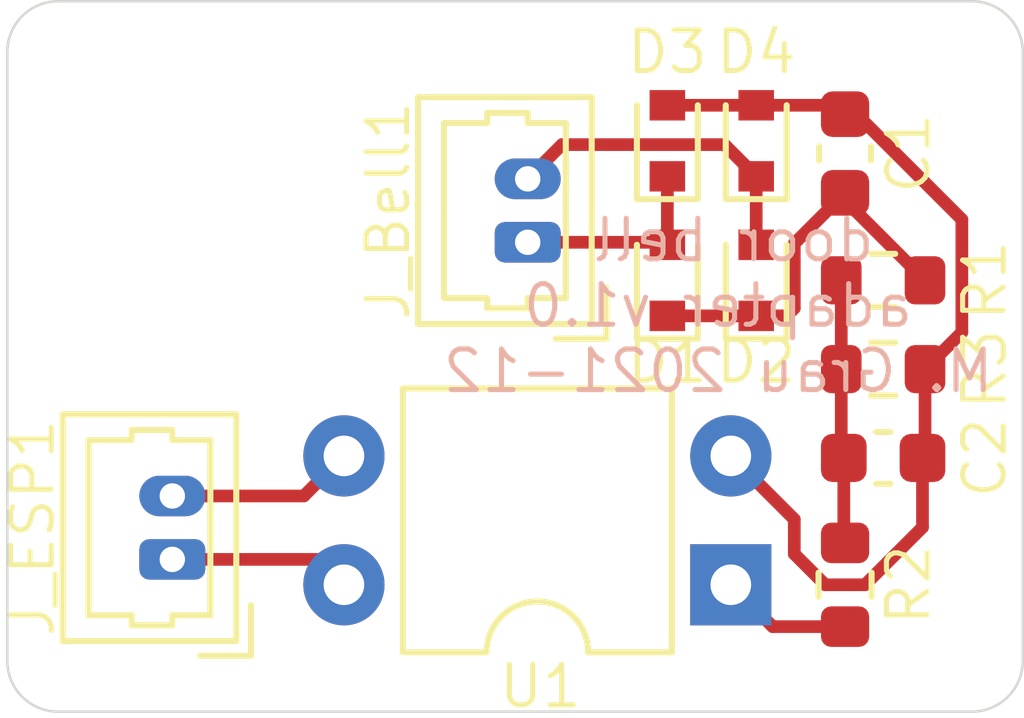
<source format=kicad_pcb>
(kicad_pcb (version 20171130) (host pcbnew 5.1.12-84ad8e8a86~92~ubuntu20.04.1)

  (general
    (thickness 1.6)
    (drawings 9)
    (tracks 40)
    (zones 0)
    (modules 13)
    (nets 9)
  )

  (page A4)
  (layers
    (0 F.Cu signal)
    (31 B.Cu signal)
    (32 B.Adhes user)
    (33 F.Adhes user)
    (34 B.Paste user)
    (35 F.Paste user)
    (36 B.SilkS user)
    (37 F.SilkS user)
    (38 B.Mask user)
    (39 F.Mask user)
    (40 Dwgs.User user)
    (41 Cmts.User user)
    (42 Eco1.User user)
    (43 Eco2.User user)
    (44 Edge.Cuts user)
    (45 Margin user)
    (46 B.CrtYd user)
    (47 F.CrtYd user)
    (48 B.Fab user hide)
    (49 F.Fab user hide)
  )

  (setup
    (last_trace_width 0.25)
    (trace_clearance 0.2)
    (zone_clearance 0.508)
    (zone_45_only no)
    (trace_min 0.2)
    (via_size 0.8)
    (via_drill 0.4)
    (via_min_size 0.4)
    (via_min_drill 0.3)
    (uvia_size 0.3)
    (uvia_drill 0.1)
    (uvias_allowed no)
    (uvia_min_size 0.2)
    (uvia_min_drill 0.1)
    (edge_width 0.05)
    (segment_width 0.2)
    (pcb_text_width 0.3)
    (pcb_text_size 1.5 1.5)
    (mod_edge_width 0.12)
    (mod_text_size 1 1)
    (mod_text_width 0.15)
    (pad_size 1.524 1.524)
    (pad_drill 0.762)
    (pad_to_mask_clearance 0)
    (aux_axis_origin 0 0)
    (visible_elements FFFFF77F)
    (pcbplotparams
      (layerselection 0x010fc_ffffffff)
      (usegerberextensions false)
      (usegerberattributes true)
      (usegerberadvancedattributes true)
      (creategerberjobfile true)
      (excludeedgelayer true)
      (linewidth 0.100000)
      (plotframeref false)
      (viasonmask false)
      (mode 1)
      (useauxorigin false)
      (hpglpennumber 1)
      (hpglpenspeed 20)
      (hpglpendiameter 15.000000)
      (psnegative false)
      (psa4output false)
      (plotreference true)
      (plotvalue true)
      (plotinvisibletext false)
      (padsonsilk false)
      (subtractmaskfromsilk false)
      (outputformat 1)
      (mirror false)
      (drillshape 0)
      (scaleselection 1)
      (outputdirectory "gerber"))
  )

  (net 0 "")
  (net 1 GND)
  (net 2 +12V)
  (net 3 "Net-(C2-Pad1)")
  (net 4 "Net-(D1-Pad2)")
  (net 5 "Net-(D2-Pad2)")
  (net 6 "Net-(J_ESP1-Pad2)")
  (net 7 "Net-(J_ESP1-Pad1)")
  (net 8 "Net-(R2-Pad2)")

  (net_class Default "This is the default net class."
    (clearance 0.2)
    (trace_width 0.25)
    (via_dia 0.8)
    (via_drill 0.4)
    (uvia_dia 0.3)
    (uvia_drill 0.1)
    (add_net +12V)
    (add_net GND)
    (add_net "Net-(C2-Pad1)")
    (add_net "Net-(D1-Pad2)")
    (add_net "Net-(D2-Pad2)")
    (add_net "Net-(J_ESP1-Pad1)")
    (add_net "Net-(J_ESP1-Pad2)")
    (add_net "Net-(R2-Pad2)")
  )

  (module Diode_SMD:D_SOD-523 (layer F.Cu) (tedit 586419F0) (tstamp 61A127C7)
    (at 127.75 78.75 90)
    (descr "http://www.diodes.com/datasheets/ap02001.pdf p.144")
    (tags "Diode SOD523")
    (path /619FA6CB)
    (attr smd)
    (fp_text reference D4 (at 1.75 0 180) (layer F.SilkS)
      (effects (font (size 0.8 0.8) (thickness 0.1)))
    )
    (fp_text value D (at 0 1.4 90) (layer F.Fab)
      (effects (font (size 1 1) (thickness 0.15)))
    )
    (fp_text user %R (at 0 -1.3 90) (layer F.Fab)
      (effects (font (size 1 1) (thickness 0.15)))
    )
    (fp_line (start -1.15 -0.6) (end -1.15 0.6) (layer F.SilkS) (width 0.12))
    (fp_line (start 1.25 -0.7) (end 1.25 0.7) (layer F.CrtYd) (width 0.05))
    (fp_line (start -1.25 -0.7) (end 1.25 -0.7) (layer F.CrtYd) (width 0.05))
    (fp_line (start -1.25 0.7) (end -1.25 -0.7) (layer F.CrtYd) (width 0.05))
    (fp_line (start 1.25 0.7) (end -1.25 0.7) (layer F.CrtYd) (width 0.05))
    (fp_line (start 0.1 0) (end 0.25 0) (layer F.Fab) (width 0.1))
    (fp_line (start 0.1 -0.2) (end -0.2 0) (layer F.Fab) (width 0.1))
    (fp_line (start 0.1 0.2) (end 0.1 -0.2) (layer F.Fab) (width 0.1))
    (fp_line (start -0.2 0) (end 0.1 0.2) (layer F.Fab) (width 0.1))
    (fp_line (start -0.2 0) (end -0.35 0) (layer F.Fab) (width 0.1))
    (fp_line (start -0.2 0.2) (end -0.2 -0.2) (layer F.Fab) (width 0.1))
    (fp_line (start 0.65 -0.45) (end 0.65 0.45) (layer F.Fab) (width 0.1))
    (fp_line (start -0.65 -0.45) (end 0.65 -0.45) (layer F.Fab) (width 0.1))
    (fp_line (start -0.65 0.45) (end -0.65 -0.45) (layer F.Fab) (width 0.1))
    (fp_line (start 0.65 0.45) (end -0.65 0.45) (layer F.Fab) (width 0.1))
    (fp_line (start 0.7 -0.6) (end -1.15 -0.6) (layer F.SilkS) (width 0.12))
    (fp_line (start 0.7 0.6) (end -1.15 0.6) (layer F.SilkS) (width 0.12))
    (pad 1 smd rect (at -0.7 0 270) (size 0.6 0.7) (layers F.Cu F.Paste F.Mask)
      (net 5 "Net-(D2-Pad2)"))
    (pad 2 smd rect (at 0.7 0 270) (size 0.6 0.7) (layers F.Cu F.Paste F.Mask)
      (net 1 GND))
    (model ${KISYS3DMOD}/Diode_SMD.3dshapes/D_SOD-523.wrl
      (at (xyz 0 0 0))
      (scale (xyz 1 1 1))
      (rotate (xyz 0 0 0))
    )
  )

  (module extraFootprints:MountingHole_3.2mm_M3_ISO7380_Keepout (layer F.Cu) (tedit 5F95C6DA) (tstamp 61A182C4)
    (at 117 80.5)
    (descr "Mounting Hole 3.2mm, no annular, M3, ISO7380")
    (tags "mounting hole 3.2mm no annular m3 iso7380")
    (path /61A1F7EE)
    (attr virtual)
    (fp_text reference H1 (at 0 -3.85) (layer F.SilkS) hide
      (effects (font (size 1 1) (thickness 0.15)))
    )
    (fp_text value MountingHole (at 0 3.85) (layer F.Fab)
      (effects (font (size 1 1) (thickness 0.15)))
    )
    (fp_text user %R (at 0.3 0) (layer F.Fab)
      (effects (font (size 1 1) (thickness 0.15)))
    )
    (fp_circle (center 0 0) (end 2.85 0) (layer Cmts.User) (width 0.15))
    (fp_circle (center 0 0) (end 3.1 0) (layer F.CrtYd) (width 0.05))
    (pad "" np_thru_hole circle (at 0 0) (size 3.2 3.2) (drill 3.2) (layers *.Cu *.Mask)
      (solder_mask_margin 1.45) (clearance 1.45))
  )

  (module Package_DIP:DIP-4_W7.62mm (layer F.Cu) (tedit 5A02E8C5) (tstamp 61A19518)
    (at 127.25 87.5 180)
    (descr "4-lead though-hole mounted DIP package, row spacing 7.62 mm (300 mils)")
    (tags "THT DIP DIL PDIP 2.54mm 7.62mm 300mil")
    (path /61A1A9E6)
    (fp_text reference U1 (at 3.75 -2) (layer F.SilkS)
      (effects (font (size 0.8 0.8) (thickness 0.1)))
    )
    (fp_text value PC817 (at 3.81 4.87) (layer F.Fab)
      (effects (font (size 1 1) (thickness 0.15)))
    )
    (fp_text user %R (at 3.81 1.27) (layer F.Fab)
      (effects (font (size 1 1) (thickness 0.15)))
    )
    (fp_arc (start 3.81 -1.33) (end 2.81 -1.33) (angle -180) (layer F.SilkS) (width 0.12))
    (fp_line (start 1.635 -1.27) (end 6.985 -1.27) (layer F.Fab) (width 0.1))
    (fp_line (start 6.985 -1.27) (end 6.985 3.81) (layer F.Fab) (width 0.1))
    (fp_line (start 6.985 3.81) (end 0.635 3.81) (layer F.Fab) (width 0.1))
    (fp_line (start 0.635 3.81) (end 0.635 -0.27) (layer F.Fab) (width 0.1))
    (fp_line (start 0.635 -0.27) (end 1.635 -1.27) (layer F.Fab) (width 0.1))
    (fp_line (start 2.81 -1.33) (end 1.16 -1.33) (layer F.SilkS) (width 0.12))
    (fp_line (start 1.16 -1.33) (end 1.16 3.87) (layer F.SilkS) (width 0.12))
    (fp_line (start 1.16 3.87) (end 6.46 3.87) (layer F.SilkS) (width 0.12))
    (fp_line (start 6.46 3.87) (end 6.46 -1.33) (layer F.SilkS) (width 0.12))
    (fp_line (start 6.46 -1.33) (end 4.81 -1.33) (layer F.SilkS) (width 0.12))
    (fp_line (start -1.1 -1.55) (end -1.1 4.1) (layer F.CrtYd) (width 0.05))
    (fp_line (start -1.1 4.1) (end 8.7 4.1) (layer F.CrtYd) (width 0.05))
    (fp_line (start 8.7 4.1) (end 8.7 -1.55) (layer F.CrtYd) (width 0.05))
    (fp_line (start 8.7 -1.55) (end -1.1 -1.55) (layer F.CrtYd) (width 0.05))
    (pad 4 thru_hole oval (at 7.62 0 180) (size 1.6 1.6) (drill 0.8) (layers *.Cu *.Mask)
      (net 7 "Net-(J_ESP1-Pad1)"))
    (pad 2 thru_hole oval (at 0 2.54 180) (size 1.6 1.6) (drill 0.8) (layers *.Cu *.Mask)
      (net 1 GND))
    (pad 3 thru_hole oval (at 7.62 2.54 180) (size 1.6 1.6) (drill 0.8) (layers *.Cu *.Mask)
      (net 6 "Net-(J_ESP1-Pad2)"))
    (pad 1 thru_hole rect (at 0 0 180) (size 1.6 1.6) (drill 0.8) (layers *.Cu *.Mask)
      (net 8 "Net-(R2-Pad2)"))
    (model ${KISYS3DMOD}/Package_DIP.3dshapes/DIP-4_W7.62mm.wrl
      (at (xyz 0 0 0))
      (scale (xyz 1 1 1))
      (rotate (xyz 0 0 0))
    )
  )

  (module Resistor_SMD:R_0603_1608Metric (layer F.Cu) (tedit 5F68FEEE) (tstamp 61A12844)
    (at 130.25 83.25)
    (descr "Resistor SMD 0603 (1608 Metric), square (rectangular) end terminal, IPC_7351 nominal, (Body size source: IPC-SM-782 page 72, https://www.pcb-3d.com/wordpress/wp-content/uploads/ipc-sm-782a_amendment_1_and_2.pdf), generated with kicad-footprint-generator")
    (tags resistor)
    (path /619FF7E9)
    (attr smd)
    (fp_text reference R3 (at 2 0 90) (layer F.SilkS)
      (effects (font (size 0.8 0.8) (thickness 0.1)))
    )
    (fp_text value 2k (at 0 1.43) (layer F.Fab)
      (effects (font (size 1 1) (thickness 0.15)))
    )
    (fp_text user %R (at 0 0) (layer F.Fab)
      (effects (font (size 0.4 0.4) (thickness 0.06)))
    )
    (fp_line (start -0.8 0.4125) (end -0.8 -0.4125) (layer F.Fab) (width 0.1))
    (fp_line (start -0.8 -0.4125) (end 0.8 -0.4125) (layer F.Fab) (width 0.1))
    (fp_line (start 0.8 -0.4125) (end 0.8 0.4125) (layer F.Fab) (width 0.1))
    (fp_line (start 0.8 0.4125) (end -0.8 0.4125) (layer F.Fab) (width 0.1))
    (fp_line (start -0.237258 -0.5225) (end 0.237258 -0.5225) (layer F.SilkS) (width 0.12))
    (fp_line (start -0.237258 0.5225) (end 0.237258 0.5225) (layer F.SilkS) (width 0.12))
    (fp_line (start -1.48 0.73) (end -1.48 -0.73) (layer F.CrtYd) (width 0.05))
    (fp_line (start -1.48 -0.73) (end 1.48 -0.73) (layer F.CrtYd) (width 0.05))
    (fp_line (start 1.48 -0.73) (end 1.48 0.73) (layer F.CrtYd) (width 0.05))
    (fp_line (start 1.48 0.73) (end -1.48 0.73) (layer F.CrtYd) (width 0.05))
    (pad 2 smd roundrect (at 0.825 0) (size 0.8 0.95) (layers F.Cu F.Paste F.Mask) (roundrect_rratio 0.25)
      (net 1 GND))
    (pad 1 smd roundrect (at -0.825 0) (size 0.8 0.95) (layers F.Cu F.Paste F.Mask) (roundrect_rratio 0.25)
      (net 3 "Net-(C2-Pad1)"))
    (model ${KISYS3DMOD}/Resistor_SMD.3dshapes/R_0603_1608Metric.wrl
      (at (xyz 0 0 0))
      (scale (xyz 1 1 1))
      (rotate (xyz 0 0 0))
    )
  )

  (module Resistor_SMD:R_0603_1608Metric (layer F.Cu) (tedit 5F68FEEE) (tstamp 61A12833)
    (at 129.5 87.5 270)
    (descr "Resistor SMD 0603 (1608 Metric), square (rectangular) end terminal, IPC_7351 nominal, (Body size source: IPC-SM-782 page 72, https://www.pcb-3d.com/wordpress/wp-content/uploads/ipc-sm-782a_amendment_1_and_2.pdf), generated with kicad-footprint-generator")
    (tags resistor)
    (path /61A15C25)
    (attr smd)
    (fp_text reference R2 (at 0 -1.25 90) (layer F.SilkS)
      (effects (font (size 0.8 0.8) (thickness 0.1)))
    )
    (fp_text value 100R (at 0 1.43 90) (layer F.Fab)
      (effects (font (size 1 1) (thickness 0.15)))
    )
    (fp_text user %R (at 0 0 90) (layer F.Fab)
      (effects (font (size 0.4 0.4) (thickness 0.06)))
    )
    (fp_line (start -0.8 0.4125) (end -0.8 -0.4125) (layer F.Fab) (width 0.1))
    (fp_line (start -0.8 -0.4125) (end 0.8 -0.4125) (layer F.Fab) (width 0.1))
    (fp_line (start 0.8 -0.4125) (end 0.8 0.4125) (layer F.Fab) (width 0.1))
    (fp_line (start 0.8 0.4125) (end -0.8 0.4125) (layer F.Fab) (width 0.1))
    (fp_line (start -0.237258 -0.5225) (end 0.237258 -0.5225) (layer F.SilkS) (width 0.12))
    (fp_line (start -0.237258 0.5225) (end 0.237258 0.5225) (layer F.SilkS) (width 0.12))
    (fp_line (start -1.48 0.73) (end -1.48 -0.73) (layer F.CrtYd) (width 0.05))
    (fp_line (start -1.48 -0.73) (end 1.48 -0.73) (layer F.CrtYd) (width 0.05))
    (fp_line (start 1.48 -0.73) (end 1.48 0.73) (layer F.CrtYd) (width 0.05))
    (fp_line (start 1.48 0.73) (end -1.48 0.73) (layer F.CrtYd) (width 0.05))
    (pad 2 smd roundrect (at 0.825 0 270) (size 0.8 0.95) (layers F.Cu F.Paste F.Mask) (roundrect_rratio 0.25)
      (net 8 "Net-(R2-Pad2)"))
    (pad 1 smd roundrect (at -0.825 0 270) (size 0.8 0.95) (layers F.Cu F.Paste F.Mask) (roundrect_rratio 0.25)
      (net 3 "Net-(C2-Pad1)"))
    (model ${KISYS3DMOD}/Resistor_SMD.3dshapes/R_0603_1608Metric.wrl
      (at (xyz 0 0 0))
      (scale (xyz 1 1 1))
      (rotate (xyz 0 0 0))
    )
  )

  (module Resistor_SMD:R_0603_1608Metric (layer F.Cu) (tedit 5F68FEEE) (tstamp 61A12822)
    (at 130.25 81.5 180)
    (descr "Resistor SMD 0603 (1608 Metric), square (rectangular) end terminal, IPC_7351 nominal, (Body size source: IPC-SM-782 page 72, https://www.pcb-3d.com/wordpress/wp-content/uploads/ipc-sm-782a_amendment_1_and_2.pdf), generated with kicad-footprint-generator")
    (tags resistor)
    (path /61A0001B)
    (attr smd)
    (fp_text reference R1 (at -2 0 90) (layer F.SilkS)
      (effects (font (size 0.8 0.8) (thickness 0.1)))
    )
    (fp_text value 18k (at 0 1.43) (layer F.Fab)
      (effects (font (size 1 1) (thickness 0.15)))
    )
    (fp_text user %R (at 0 0) (layer F.Fab)
      (effects (font (size 0.4 0.4) (thickness 0.06)))
    )
    (fp_line (start -0.8 0.4125) (end -0.8 -0.4125) (layer F.Fab) (width 0.1))
    (fp_line (start -0.8 -0.4125) (end 0.8 -0.4125) (layer F.Fab) (width 0.1))
    (fp_line (start 0.8 -0.4125) (end 0.8 0.4125) (layer F.Fab) (width 0.1))
    (fp_line (start 0.8 0.4125) (end -0.8 0.4125) (layer F.Fab) (width 0.1))
    (fp_line (start -0.237258 -0.5225) (end 0.237258 -0.5225) (layer F.SilkS) (width 0.12))
    (fp_line (start -0.237258 0.5225) (end 0.237258 0.5225) (layer F.SilkS) (width 0.12))
    (fp_line (start -1.48 0.73) (end -1.48 -0.73) (layer F.CrtYd) (width 0.05))
    (fp_line (start -1.48 -0.73) (end 1.48 -0.73) (layer F.CrtYd) (width 0.05))
    (fp_line (start 1.48 -0.73) (end 1.48 0.73) (layer F.CrtYd) (width 0.05))
    (fp_line (start 1.48 0.73) (end -1.48 0.73) (layer F.CrtYd) (width 0.05))
    (pad 2 smd roundrect (at 0.825 0 180) (size 0.8 0.95) (layers F.Cu F.Paste F.Mask) (roundrect_rratio 0.25)
      (net 3 "Net-(C2-Pad1)"))
    (pad 1 smd roundrect (at -0.825 0 180) (size 0.8 0.95) (layers F.Cu F.Paste F.Mask) (roundrect_rratio 0.25)
      (net 2 +12V))
    (model ${KISYS3DMOD}/Resistor_SMD.3dshapes/R_0603_1608Metric.wrl
      (at (xyz 0 0 0))
      (scale (xyz 1 1 1))
      (rotate (xyz 0 0 0))
    )
  )

  (module Connector_Molex:Molex_PicoBlade_53047-0210_1x02_P1.25mm_Vertical (layer F.Cu) (tedit 5B783167) (tstamp 61A12811)
    (at 116.25 87 90)
    (descr "Molex PicoBlade Connector System, 53047-0210, 2 Pins per row (http://www.molex.com/pdm_docs/sd/530470610_sd.pdf), generated with kicad-footprint-generator")
    (tags "connector Molex PicoBlade side entry")
    (path /619F69A3)
    (fp_text reference J_ESP1 (at 0.62 -2.75 90) (layer F.SilkS)
      (effects (font (size 0.8 0.8) (thickness 0.1)))
    )
    (fp_text value "Molex PicoBlade 2Pin" (at 0.62 2.35 90) (layer F.Fab)
      (effects (font (size 1 1) (thickness 0.15)))
    )
    (fp_text user %R (at 0.62 -1.35 90) (layer F.Fab)
      (effects (font (size 1 1) (thickness 0.15)))
    )
    (fp_line (start -1.5 -2.05) (end -1.5 1.15) (layer F.Fab) (width 0.1))
    (fp_line (start -1.5 1.15) (end 2.75 1.15) (layer F.Fab) (width 0.1))
    (fp_line (start 2.75 1.15) (end 2.75 -2.05) (layer F.Fab) (width 0.1))
    (fp_line (start 2.75 -2.05) (end -1.5 -2.05) (layer F.Fab) (width 0.1))
    (fp_line (start -1.61 -2.16) (end -1.61 1.26) (layer F.SilkS) (width 0.12))
    (fp_line (start -1.61 1.26) (end 2.86 1.26) (layer F.SilkS) (width 0.12))
    (fp_line (start 2.86 1.26) (end 2.86 -2.16) (layer F.SilkS) (width 0.12))
    (fp_line (start 2.86 -2.16) (end -1.61 -2.16) (layer F.SilkS) (width 0.12))
    (fp_line (start 0.625 0.75) (end -1.1 0.75) (layer F.SilkS) (width 0.12))
    (fp_line (start -1.1 0.75) (end -1.1 0) (layer F.SilkS) (width 0.12))
    (fp_line (start -1.1 0) (end -1.3 0) (layer F.SilkS) (width 0.12))
    (fp_line (start -1.3 0) (end -1.3 -0.8) (layer F.SilkS) (width 0.12))
    (fp_line (start -1.3 -0.8) (end -1.1 -0.8) (layer F.SilkS) (width 0.12))
    (fp_line (start -1.1 -0.8) (end -1.1 -1.65) (layer F.SilkS) (width 0.12))
    (fp_line (start -1.1 -1.65) (end 0.625 -1.65) (layer F.SilkS) (width 0.12))
    (fp_line (start 0.625 0.75) (end 2.35 0.75) (layer F.SilkS) (width 0.12))
    (fp_line (start 2.35 0.75) (end 2.35 0) (layer F.SilkS) (width 0.12))
    (fp_line (start 2.35 0) (end 2.55 0) (layer F.SilkS) (width 0.12))
    (fp_line (start 2.55 0) (end 2.55 -0.8) (layer F.SilkS) (width 0.12))
    (fp_line (start 2.55 -0.8) (end 2.35 -0.8) (layer F.SilkS) (width 0.12))
    (fp_line (start 2.35 -0.8) (end 2.35 -1.65) (layer F.SilkS) (width 0.12))
    (fp_line (start 2.35 -1.65) (end 0.625 -1.65) (layer F.SilkS) (width 0.12))
    (fp_line (start -1.9 1.55) (end -1.9 0.55) (layer F.SilkS) (width 0.12))
    (fp_line (start -1.9 1.55) (end -0.9 1.55) (layer F.SilkS) (width 0.12))
    (fp_line (start -0.5 1.15) (end 0 0.442893) (layer F.Fab) (width 0.1))
    (fp_line (start 0 0.442893) (end 0.5 1.15) (layer F.Fab) (width 0.1))
    (fp_line (start -2 -2.55) (end -2 1.65) (layer F.CrtYd) (width 0.05))
    (fp_line (start -2 1.65) (end 3.25 1.65) (layer F.CrtYd) (width 0.05))
    (fp_line (start 3.25 1.65) (end 3.25 -2.55) (layer F.CrtYd) (width 0.05))
    (fp_line (start 3.25 -2.55) (end -2 -2.55) (layer F.CrtYd) (width 0.05))
    (pad 2 thru_hole oval (at 1.25 0 90) (size 0.8 1.3) (drill 0.5) (layers *.Cu *.Mask)
      (net 6 "Net-(J_ESP1-Pad2)"))
    (pad 1 thru_hole roundrect (at 0 0 90) (size 0.8 1.3) (drill 0.5) (layers *.Cu *.Mask) (roundrect_rratio 0.25)
      (net 7 "Net-(J_ESP1-Pad1)"))
    (model ${KISYS3DMOD}/Connector_Molex.3dshapes/Molex_PicoBlade_53047-0210_1x02_P1.25mm_Vertical.wrl
      (at (xyz 0 0 0))
      (scale (xyz 1 1 1))
      (rotate (xyz 0 0 0))
    )
  )

  (module Connector_Molex:Molex_PicoBlade_53047-0210_1x02_P1.25mm_Vertical (layer F.Cu) (tedit 5B783167) (tstamp 61A127EC)
    (at 123.25 80.75 90)
    (descr "Molex PicoBlade Connector System, 53047-0210, 2 Pins per row (http://www.molex.com/pdm_docs/sd/530470610_sd.pdf), generated with kicad-footprint-generator")
    (tags "connector Molex PicoBlade side entry")
    (path /619F5EAD)
    (fp_text reference J_Bell1 (at 0.62 -2.75 90) (layer F.SilkS)
      (effects (font (size 0.8 0.8) (thickness 0.1)))
    )
    (fp_text value "Molex PicoBlade 2Pin" (at 0.62 2.35 90) (layer F.Fab)
      (effects (font (size 1 1) (thickness 0.15)))
    )
    (fp_text user %R (at 0.62 -1.35 90) (layer F.Fab)
      (effects (font (size 1 1) (thickness 0.15)))
    )
    (fp_line (start -1.5 -2.05) (end -1.5 1.15) (layer F.Fab) (width 0.1))
    (fp_line (start -1.5 1.15) (end 2.75 1.15) (layer F.Fab) (width 0.1))
    (fp_line (start 2.75 1.15) (end 2.75 -2.05) (layer F.Fab) (width 0.1))
    (fp_line (start 2.75 -2.05) (end -1.5 -2.05) (layer F.Fab) (width 0.1))
    (fp_line (start -1.61 -2.16) (end -1.61 1.26) (layer F.SilkS) (width 0.12))
    (fp_line (start -1.61 1.26) (end 2.86 1.26) (layer F.SilkS) (width 0.12))
    (fp_line (start 2.86 1.26) (end 2.86 -2.16) (layer F.SilkS) (width 0.12))
    (fp_line (start 2.86 -2.16) (end -1.61 -2.16) (layer F.SilkS) (width 0.12))
    (fp_line (start 0.625 0.75) (end -1.1 0.75) (layer F.SilkS) (width 0.12))
    (fp_line (start -1.1 0.75) (end -1.1 0) (layer F.SilkS) (width 0.12))
    (fp_line (start -1.1 0) (end -1.3 0) (layer F.SilkS) (width 0.12))
    (fp_line (start -1.3 0) (end -1.3 -0.8) (layer F.SilkS) (width 0.12))
    (fp_line (start -1.3 -0.8) (end -1.1 -0.8) (layer F.SilkS) (width 0.12))
    (fp_line (start -1.1 -0.8) (end -1.1 -1.65) (layer F.SilkS) (width 0.12))
    (fp_line (start -1.1 -1.65) (end 0.625 -1.65) (layer F.SilkS) (width 0.12))
    (fp_line (start 0.625 0.75) (end 2.35 0.75) (layer F.SilkS) (width 0.12))
    (fp_line (start 2.35 0.75) (end 2.35 0) (layer F.SilkS) (width 0.12))
    (fp_line (start 2.35 0) (end 2.55 0) (layer F.SilkS) (width 0.12))
    (fp_line (start 2.55 0) (end 2.55 -0.8) (layer F.SilkS) (width 0.12))
    (fp_line (start 2.55 -0.8) (end 2.35 -0.8) (layer F.SilkS) (width 0.12))
    (fp_line (start 2.35 -0.8) (end 2.35 -1.65) (layer F.SilkS) (width 0.12))
    (fp_line (start 2.35 -1.65) (end 0.625 -1.65) (layer F.SilkS) (width 0.12))
    (fp_line (start -1.9 1.55) (end -1.9 0.55) (layer F.SilkS) (width 0.12))
    (fp_line (start -1.9 1.55) (end -0.9 1.55) (layer F.SilkS) (width 0.12))
    (fp_line (start -0.5 1.15) (end 0 0.442893) (layer F.Fab) (width 0.1))
    (fp_line (start 0 0.442893) (end 0.5 1.15) (layer F.Fab) (width 0.1))
    (fp_line (start -2 -2.55) (end -2 1.65) (layer F.CrtYd) (width 0.05))
    (fp_line (start -2 1.65) (end 3.25 1.65) (layer F.CrtYd) (width 0.05))
    (fp_line (start 3.25 1.65) (end 3.25 -2.55) (layer F.CrtYd) (width 0.05))
    (fp_line (start 3.25 -2.55) (end -2 -2.55) (layer F.CrtYd) (width 0.05))
    (pad 2 thru_hole oval (at 1.25 0 90) (size 0.8 1.3) (drill 0.5) (layers *.Cu *.Mask)
      (net 5 "Net-(D2-Pad2)"))
    (pad 1 thru_hole roundrect (at 0 0 90) (size 0.8 1.3) (drill 0.5) (layers *.Cu *.Mask) (roundrect_rratio 0.25)
      (net 4 "Net-(D1-Pad2)"))
    (model ${KISYS3DMOD}/Connector_Molex.3dshapes/Molex_PicoBlade_53047-0210_1x02_P1.25mm_Vertical.wrl
      (at (xyz 0 0 0))
      (scale (xyz 1 1 1))
      (rotate (xyz 0 0 0))
    )
  )

  (module Diode_SMD:D_SOD-523 (layer F.Cu) (tedit 586419F0) (tstamp 61A127AF)
    (at 126 78.75 90)
    (descr "http://www.diodes.com/datasheets/ap02001.pdf p.144")
    (tags "Diode SOD523")
    (path /619FAC53)
    (attr smd)
    (fp_text reference D3 (at 1.75 0 180) (layer F.SilkS)
      (effects (font (size 0.8 0.8) (thickness 0.1)))
    )
    (fp_text value D (at 0 1.4 90) (layer F.Fab)
      (effects (font (size 1 1) (thickness 0.15)))
    )
    (fp_text user %R (at 0 -1.3 90) (layer F.Fab)
      (effects (font (size 1 1) (thickness 0.15)))
    )
    (fp_line (start -1.15 -0.6) (end -1.15 0.6) (layer F.SilkS) (width 0.12))
    (fp_line (start 1.25 -0.7) (end 1.25 0.7) (layer F.CrtYd) (width 0.05))
    (fp_line (start -1.25 -0.7) (end 1.25 -0.7) (layer F.CrtYd) (width 0.05))
    (fp_line (start -1.25 0.7) (end -1.25 -0.7) (layer F.CrtYd) (width 0.05))
    (fp_line (start 1.25 0.7) (end -1.25 0.7) (layer F.CrtYd) (width 0.05))
    (fp_line (start 0.1 0) (end 0.25 0) (layer F.Fab) (width 0.1))
    (fp_line (start 0.1 -0.2) (end -0.2 0) (layer F.Fab) (width 0.1))
    (fp_line (start 0.1 0.2) (end 0.1 -0.2) (layer F.Fab) (width 0.1))
    (fp_line (start -0.2 0) (end 0.1 0.2) (layer F.Fab) (width 0.1))
    (fp_line (start -0.2 0) (end -0.35 0) (layer F.Fab) (width 0.1))
    (fp_line (start -0.2 0.2) (end -0.2 -0.2) (layer F.Fab) (width 0.1))
    (fp_line (start 0.65 -0.45) (end 0.65 0.45) (layer F.Fab) (width 0.1))
    (fp_line (start -0.65 -0.45) (end 0.65 -0.45) (layer F.Fab) (width 0.1))
    (fp_line (start -0.65 0.45) (end -0.65 -0.45) (layer F.Fab) (width 0.1))
    (fp_line (start 0.65 0.45) (end -0.65 0.45) (layer F.Fab) (width 0.1))
    (fp_line (start 0.7 -0.6) (end -1.15 -0.6) (layer F.SilkS) (width 0.12))
    (fp_line (start 0.7 0.6) (end -1.15 0.6) (layer F.SilkS) (width 0.12))
    (pad 1 smd rect (at -0.7 0 270) (size 0.6 0.7) (layers F.Cu F.Paste F.Mask)
      (net 4 "Net-(D1-Pad2)"))
    (pad 2 smd rect (at 0.7 0 270) (size 0.6 0.7) (layers F.Cu F.Paste F.Mask)
      (net 1 GND))
    (model ${KISYS3DMOD}/Diode_SMD.3dshapes/D_SOD-523.wrl
      (at (xyz 0 0 0))
      (scale (xyz 1 1 1))
      (rotate (xyz 0 0 0))
    )
  )

  (module Diode_SMD:D_SOD-523 (layer F.Cu) (tedit 586419F0) (tstamp 61A12797)
    (at 127.75 81.5 90)
    (descr "http://www.diodes.com/datasheets/ap02001.pdf p.144")
    (tags "Diode SOD523")
    (path /619F9EE5)
    (attr smd)
    (fp_text reference D2 (at -1.6 0 180) (layer F.SilkS)
      (effects (font (size 0.8 0.8) (thickness 0.1)))
    )
    (fp_text value D (at 0 1.4 90) (layer F.Fab)
      (effects (font (size 1 1) (thickness 0.15)))
    )
    (fp_text user %R (at 0 -1.3 90) (layer F.Fab)
      (effects (font (size 1 1) (thickness 0.15)))
    )
    (fp_line (start -1.15 -0.6) (end -1.15 0.6) (layer F.SilkS) (width 0.12))
    (fp_line (start 1.25 -0.7) (end 1.25 0.7) (layer F.CrtYd) (width 0.05))
    (fp_line (start -1.25 -0.7) (end 1.25 -0.7) (layer F.CrtYd) (width 0.05))
    (fp_line (start -1.25 0.7) (end -1.25 -0.7) (layer F.CrtYd) (width 0.05))
    (fp_line (start 1.25 0.7) (end -1.25 0.7) (layer F.CrtYd) (width 0.05))
    (fp_line (start 0.1 0) (end 0.25 0) (layer F.Fab) (width 0.1))
    (fp_line (start 0.1 -0.2) (end -0.2 0) (layer F.Fab) (width 0.1))
    (fp_line (start 0.1 0.2) (end 0.1 -0.2) (layer F.Fab) (width 0.1))
    (fp_line (start -0.2 0) (end 0.1 0.2) (layer F.Fab) (width 0.1))
    (fp_line (start -0.2 0) (end -0.35 0) (layer F.Fab) (width 0.1))
    (fp_line (start -0.2 0.2) (end -0.2 -0.2) (layer F.Fab) (width 0.1))
    (fp_line (start 0.65 -0.45) (end 0.65 0.45) (layer F.Fab) (width 0.1))
    (fp_line (start -0.65 -0.45) (end 0.65 -0.45) (layer F.Fab) (width 0.1))
    (fp_line (start -0.65 0.45) (end -0.65 -0.45) (layer F.Fab) (width 0.1))
    (fp_line (start 0.65 0.45) (end -0.65 0.45) (layer F.Fab) (width 0.1))
    (fp_line (start 0.7 -0.6) (end -1.15 -0.6) (layer F.SilkS) (width 0.12))
    (fp_line (start 0.7 0.6) (end -1.15 0.6) (layer F.SilkS) (width 0.12))
    (pad 1 smd rect (at -0.7 0 270) (size 0.6 0.7) (layers F.Cu F.Paste F.Mask)
      (net 2 +12V))
    (pad 2 smd rect (at 0.7 0 270) (size 0.6 0.7) (layers F.Cu F.Paste F.Mask)
      (net 5 "Net-(D2-Pad2)"))
    (model ${KISYS3DMOD}/Diode_SMD.3dshapes/D_SOD-523.wrl
      (at (xyz 0 0 0))
      (scale (xyz 1 1 1))
      (rotate (xyz 0 0 0))
    )
  )

  (module Diode_SMD:D_SOD-523 (layer F.Cu) (tedit 586419F0) (tstamp 61A1277F)
    (at 126 81.5 90)
    (descr "http://www.diodes.com/datasheets/ap02001.pdf p.144")
    (tags "Diode SOD523")
    (path /619F9800)
    (attr smd)
    (fp_text reference D1 (at -1.6 0 180) (layer F.SilkS)
      (effects (font (size 0.8 0.8) (thickness 0.1)))
    )
    (fp_text value D (at 0 1.4 90) (layer F.Fab)
      (effects (font (size 1 1) (thickness 0.15)))
    )
    (fp_text user %R (at 0 -1.3 90) (layer F.Fab)
      (effects (font (size 1 1) (thickness 0.15)))
    )
    (fp_line (start -1.15 -0.6) (end -1.15 0.6) (layer F.SilkS) (width 0.12))
    (fp_line (start 1.25 -0.7) (end 1.25 0.7) (layer F.CrtYd) (width 0.05))
    (fp_line (start -1.25 -0.7) (end 1.25 -0.7) (layer F.CrtYd) (width 0.05))
    (fp_line (start -1.25 0.7) (end -1.25 -0.7) (layer F.CrtYd) (width 0.05))
    (fp_line (start 1.25 0.7) (end -1.25 0.7) (layer F.CrtYd) (width 0.05))
    (fp_line (start 0.1 0) (end 0.25 0) (layer F.Fab) (width 0.1))
    (fp_line (start 0.1 -0.2) (end -0.2 0) (layer F.Fab) (width 0.1))
    (fp_line (start 0.1 0.2) (end 0.1 -0.2) (layer F.Fab) (width 0.1))
    (fp_line (start -0.2 0) (end 0.1 0.2) (layer F.Fab) (width 0.1))
    (fp_line (start -0.2 0) (end -0.35 0) (layer F.Fab) (width 0.1))
    (fp_line (start -0.2 0.2) (end -0.2 -0.2) (layer F.Fab) (width 0.1))
    (fp_line (start 0.65 -0.45) (end 0.65 0.45) (layer F.Fab) (width 0.1))
    (fp_line (start -0.65 -0.45) (end 0.65 -0.45) (layer F.Fab) (width 0.1))
    (fp_line (start -0.65 0.45) (end -0.65 -0.45) (layer F.Fab) (width 0.1))
    (fp_line (start 0.65 0.45) (end -0.65 0.45) (layer F.Fab) (width 0.1))
    (fp_line (start 0.7 -0.6) (end -1.15 -0.6) (layer F.SilkS) (width 0.12))
    (fp_line (start 0.7 0.6) (end -1.15 0.6) (layer F.SilkS) (width 0.12))
    (pad 1 smd rect (at -0.7 0 270) (size 0.6 0.7) (layers F.Cu F.Paste F.Mask)
      (net 2 +12V))
    (pad 2 smd rect (at 0.7 0 270) (size 0.6 0.7) (layers F.Cu F.Paste F.Mask)
      (net 4 "Net-(D1-Pad2)"))
    (model ${KISYS3DMOD}/Diode_SMD.3dshapes/D_SOD-523.wrl
      (at (xyz 0 0 0))
      (scale (xyz 1 1 1))
      (rotate (xyz 0 0 0))
    )
  )

  (module Capacitor_SMD:C_0603_1608Metric (layer F.Cu) (tedit 5F68FEEE) (tstamp 61A12767)
    (at 130.25 85)
    (descr "Capacitor SMD 0603 (1608 Metric), square (rectangular) end terminal, IPC_7351 nominal, (Body size source: IPC-SM-782 page 76, https://www.pcb-3d.com/wordpress/wp-content/uploads/ipc-sm-782a_amendment_1_and_2.pdf), generated with kicad-footprint-generator")
    (tags capacitor)
    (path /61A04ACD)
    (attr smd)
    (fp_text reference C2 (at 2 0 90) (layer F.SilkS)
      (effects (font (size 0.8 0.8) (thickness 0.1)))
    )
    (fp_text value 100n (at 0 1.43) (layer F.Fab)
      (effects (font (size 1 1) (thickness 0.15)))
    )
    (fp_text user %R (at 0 0) (layer F.Fab)
      (effects (font (size 0.4 0.4) (thickness 0.06)))
    )
    (fp_line (start -0.8 0.4) (end -0.8 -0.4) (layer F.Fab) (width 0.1))
    (fp_line (start -0.8 -0.4) (end 0.8 -0.4) (layer F.Fab) (width 0.1))
    (fp_line (start 0.8 -0.4) (end 0.8 0.4) (layer F.Fab) (width 0.1))
    (fp_line (start 0.8 0.4) (end -0.8 0.4) (layer F.Fab) (width 0.1))
    (fp_line (start -0.14058 -0.51) (end 0.14058 -0.51) (layer F.SilkS) (width 0.12))
    (fp_line (start -0.14058 0.51) (end 0.14058 0.51) (layer F.SilkS) (width 0.12))
    (fp_line (start -1.48 0.73) (end -1.48 -0.73) (layer F.CrtYd) (width 0.05))
    (fp_line (start -1.48 -0.73) (end 1.48 -0.73) (layer F.CrtYd) (width 0.05))
    (fp_line (start 1.48 -0.73) (end 1.48 0.73) (layer F.CrtYd) (width 0.05))
    (fp_line (start 1.48 0.73) (end -1.48 0.73) (layer F.CrtYd) (width 0.05))
    (pad 2 smd roundrect (at 0.775 0) (size 0.9 0.95) (layers F.Cu F.Paste F.Mask) (roundrect_rratio 0.25)
      (net 1 GND))
    (pad 1 smd roundrect (at -0.775 0) (size 0.9 0.95) (layers F.Cu F.Paste F.Mask) (roundrect_rratio 0.25)
      (net 3 "Net-(C2-Pad1)"))
    (model ${KISYS3DMOD}/Capacitor_SMD.3dshapes/C_0603_1608Metric.wrl
      (at (xyz 0 0 0))
      (scale (xyz 1 1 1))
      (rotate (xyz 0 0 0))
    )
  )

  (module Capacitor_SMD:C_0603_1608Metric (layer F.Cu) (tedit 5F68FEEE) (tstamp 61A12756)
    (at 129.5 79 90)
    (descr "Capacitor SMD 0603 (1608 Metric), square (rectangular) end terminal, IPC_7351 nominal, (Body size source: IPC-SM-782 page 76, https://www.pcb-3d.com/wordpress/wp-content/uploads/ipc-sm-782a_amendment_1_and_2.pdf), generated with kicad-footprint-generator")
    (tags capacitor)
    (path /61A0394A)
    (attr smd)
    (fp_text reference C1 (at 0 1.25 90) (layer F.SilkS)
      (effects (font (size 0.8 0.8) (thickness 0.1)))
    )
    (fp_text value "1u 16V" (at 0 1.43 90) (layer F.Fab)
      (effects (font (size 1 1) (thickness 0.15)))
    )
    (fp_text user %R (at 0 0 90) (layer F.Fab)
      (effects (font (size 0.4 0.4) (thickness 0.06)))
    )
    (fp_line (start -0.8 0.4) (end -0.8 -0.4) (layer F.Fab) (width 0.1))
    (fp_line (start -0.8 -0.4) (end 0.8 -0.4) (layer F.Fab) (width 0.1))
    (fp_line (start 0.8 -0.4) (end 0.8 0.4) (layer F.Fab) (width 0.1))
    (fp_line (start 0.8 0.4) (end -0.8 0.4) (layer F.Fab) (width 0.1))
    (fp_line (start -0.14058 -0.51) (end 0.14058 -0.51) (layer F.SilkS) (width 0.12))
    (fp_line (start -0.14058 0.51) (end 0.14058 0.51) (layer F.SilkS) (width 0.12))
    (fp_line (start -1.48 0.73) (end -1.48 -0.73) (layer F.CrtYd) (width 0.05))
    (fp_line (start -1.48 -0.73) (end 1.48 -0.73) (layer F.CrtYd) (width 0.05))
    (fp_line (start 1.48 -0.73) (end 1.48 0.73) (layer F.CrtYd) (width 0.05))
    (fp_line (start 1.48 0.73) (end -1.48 0.73) (layer F.CrtYd) (width 0.05))
    (pad 2 smd roundrect (at 0.775 0 90) (size 0.9 0.95) (layers F.Cu F.Paste F.Mask) (roundrect_rratio 0.25)
      (net 1 GND))
    (pad 1 smd roundrect (at -0.775 0 90) (size 0.9 0.95) (layers F.Cu F.Paste F.Mask) (roundrect_rratio 0.25)
      (net 2 +12V))
    (model ${KISYS3DMOD}/Capacitor_SMD.3dshapes/C_0603_1608Metric.wrl
      (at (xyz 0 0 0))
      (scale (xyz 1 1 1))
      (rotate (xyz 0 0 0))
    )
  )

  (gr_text "door bell \nadapter v1.0\nM. Grau 2021-12" (at 127 82) (layer B.SilkS)
    (effects (font (size 0.8 0.8) (thickness 0.1)) (justify mirror))
  )
  (gr_arc (start 114 77) (end 114 76) (angle -90) (layer Edge.Cuts) (width 0.05))
  (gr_arc (start 132 77) (end 133 77) (angle -90) (layer Edge.Cuts) (width 0.05))
  (gr_arc (start 132 89) (end 132 90) (angle -90) (layer Edge.Cuts) (width 0.05))
  (gr_arc (start 114 89) (end 113 89) (angle -90) (layer Edge.Cuts) (width 0.05))
  (gr_line (start 113 77) (end 113 89) (layer Edge.Cuts) (width 0.05) (tstamp 61A194CB))
  (gr_line (start 132 76) (end 114 76) (layer Edge.Cuts) (width 0.05))
  (gr_line (start 133 89) (end 133 77) (layer Edge.Cuts) (width 0.05))
  (gr_line (start 114 90) (end 132 90) (layer Edge.Cuts) (width 0.05))

  (segment (start 126 78.05) (end 127.75 78.05) (width 0.25) (layer F.Cu) (net 1))
  (segment (start 131.075 84.95) (end 131.025 85) (width 0.25) (layer F.Cu) (net 1))
  (segment (start 131.075 83.25) (end 131.075 84.95) (width 0.25) (layer F.Cu) (net 1))
  (segment (start 127.25 84.96) (end 128.5 86.21) (width 0.25) (layer F.Cu) (net 1))
  (segment (start 128.5 86.21) (end 128.5 86.892478) (width 0.25) (layer F.Cu) (net 1))
  (segment (start 128.5 86.892478) (end 129.107522 87.5) (width 0.25) (layer F.Cu) (net 1))
  (segment (start 131.025 86.367478) (end 131.025 85) (width 0.25) (layer F.Cu) (net 1))
  (segment (start 129.892478 87.5) (end 131.025 86.367478) (width 0.25) (layer F.Cu) (net 1))
  (segment (start 129.107522 87.5) (end 129.892478 87.5) (width 0.25) (layer F.Cu) (net 1))
  (segment (start 129.325 78.05) (end 129.5 78.225) (width 0.25) (layer F.Cu) (net 1))
  (segment (start 127.75 78.05) (end 129.325 78.05) (width 0.25) (layer F.Cu) (net 1))
  (segment (start 129.5 78.225) (end 129.725 78.225) (width 0.25) (layer F.Cu) (net 1))
  (segment (start 131.80001 82.52499) (end 131.075 83.25) (width 0.25) (layer F.Cu) (net 1))
  (segment (start 131.80001 80.30001) (end 131.80001 82.52499) (width 0.25) (layer F.Cu) (net 1))
  (segment (start 129.725 78.225) (end 131.80001 80.30001) (width 0.25) (layer F.Cu) (net 1))
  (segment (start 126 82.2) (end 127.75 82.2) (width 0.25) (layer F.Cu) (net 2))
  (segment (start 128.35 82.2) (end 128.5 82.05) (width 0.25) (layer F.Cu) (net 2))
  (segment (start 127.75 82.2) (end 128.35 82.2) (width 0.25) (layer F.Cu) (net 2))
  (segment (start 128.5 80.775) (end 129.5 79.775) (width 0.25) (layer F.Cu) (net 2))
  (segment (start 128.5 82.05) (end 128.5 80.775) (width 0.25) (layer F.Cu) (net 2))
  (segment (start 129.5 79.925) (end 131.075 81.5) (width 0.25) (layer F.Cu) (net 2))
  (segment (start 129.5 79.775) (end 129.5 79.925) (width 0.25) (layer F.Cu) (net 2))
  (segment (start 129.425 84.95) (end 129.475 85) (width 0.25) (layer F.Cu) (net 3))
  (segment (start 129.425 83.25) (end 129.425 84.95) (width 0.25) (layer F.Cu) (net 3))
  (segment (start 129.425 81.5) (end 129.425 83.25) (width 0.25) (layer F.Cu) (net 3))
  (segment (start 129.475 86.65) (end 129.5 86.675) (width 0.25) (layer F.Cu) (net 3))
  (segment (start 129.475 85) (end 129.475 86.65) (width 0.25) (layer F.Cu) (net 3))
  (segment (start 125.95 80.75) (end 126 80.8) (width 0.25) (layer F.Cu) (net 4))
  (segment (start 123.25 80.75) (end 125.95 80.75) (width 0.25) (layer F.Cu) (net 4))
  (segment (start 126 80.8) (end 126 79.45) (width 0.25) (layer F.Cu) (net 4))
  (segment (start 127.124999 78.824999) (end 127.75 79.45) (width 0.25) (layer F.Cu) (net 5))
  (segment (start 123.925001 78.824999) (end 127.124999 78.824999) (width 0.25) (layer F.Cu) (net 5))
  (segment (start 123.25 79.5) (end 123.925001 78.824999) (width 0.25) (layer F.Cu) (net 5))
  (segment (start 127.75 79.45) (end 127.75 80.8) (width 0.25) (layer F.Cu) (net 5))
  (segment (start 118.84 85.75) (end 119.63 84.96) (width 0.25) (layer F.Cu) (net 6))
  (segment (start 116.25 85.75) (end 118.84 85.75) (width 0.25) (layer F.Cu) (net 6))
  (segment (start 119.13 87) (end 119.63 87.5) (width 0.25) (layer F.Cu) (net 7))
  (segment (start 116.25 87) (end 119.13 87) (width 0.25) (layer F.Cu) (net 7))
  (segment (start 128.075 88.325) (end 127.25 87.5) (width 0.25) (layer F.Cu) (net 8))
  (segment (start 129.5 88.325) (end 128.075 88.325) (width 0.25) (layer F.Cu) (net 8))

)

</source>
